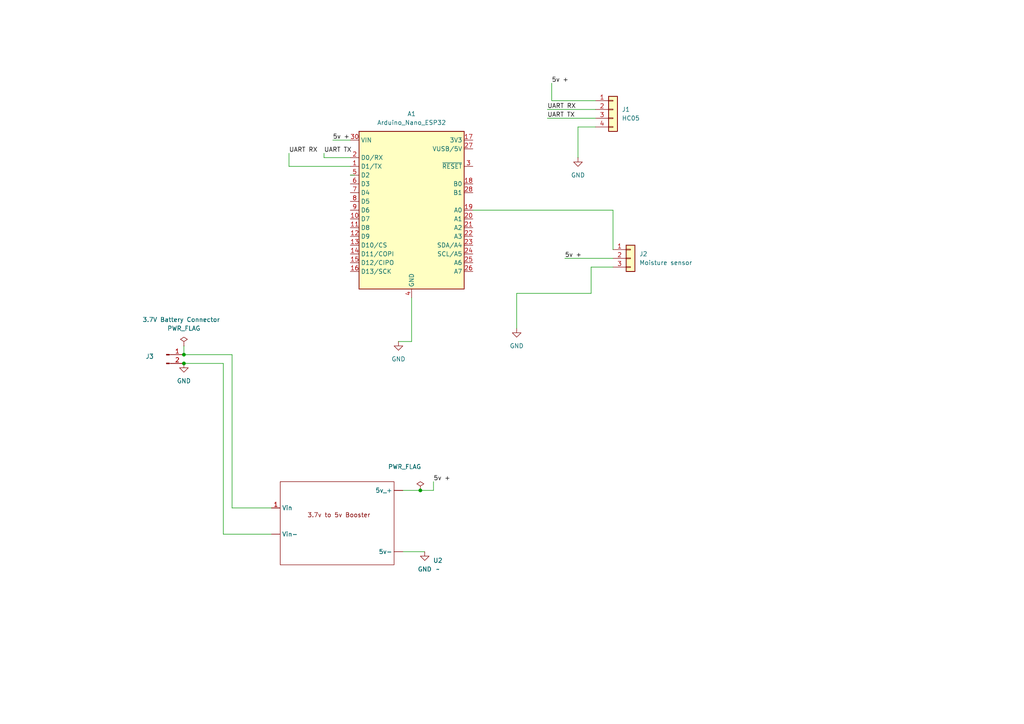
<source format=kicad_sch>
(kicad_sch
	(version 20250114)
	(generator "eeschema")
	(generator_version "9.0")
	(uuid "813ff8a4-ed37-4d6d-91ed-6357723c3078")
	(paper "A4")
	(lib_symbols
		(symbol "Abhishek:3.7v_5v_booster"
			(exclude_from_sim no)
			(in_bom yes)
			(on_board yes)
			(property "Reference" "U"
				(at 0 0 0)
				(effects
					(font
						(size 1.27 1.27)
					)
				)
			)
			(property "Value" ""
				(at 0 0 0)
				(effects
					(font
						(size 1.27 1.27)
					)
				)
			)
			(property "Footprint" ""
				(at 0 0 0)
				(effects
					(font
						(size 1.27 1.27)
					)
					(hide yes)
				)
			)
			(property "Datasheet" ""
				(at 0 0 0)
				(effects
					(font
						(size 1.27 1.27)
					)
					(hide yes)
				)
			)
			(property "Description" ""
				(at 0 0 0)
				(effects
					(font
						(size 1.27 1.27)
					)
					(hide yes)
				)
			)
			(symbol "3.7v_5v_booster_0_1"
				(rectangle
					(start -15.24 12.7)
					(end 17.78 -11.43)
					(stroke
						(width 0)
						(type default)
					)
					(fill
						(type none)
					)
				)
			)
			(symbol "3.7v_5v_booster_1_1"
				(text "3.7v to 5v Booster\n"
					(at 1.778 3.048 0)
					(effects
						(font
							(size 1.27 1.27)
						)
					)
				)
				(pin power_in line
					(at -17.78 5.08 0)
					(length 2.54)
					(name "Vin"
						(effects
							(font
								(size 1.27 1.27)
							)
						)
					)
					(number "1"
						(effects
							(font
								(size 1.27 1.27)
							)
						)
					)
				)
				(pin input line
					(at -17.78 -2.54 0)
					(length 2.54)
					(name "Vin-"
						(effects
							(font
								(size 1.27 1.27)
							)
						)
					)
					(number ""
						(effects
							(font
								(size 1.27 1.27)
							)
						)
					)
				)
				(pin power_out line
					(at 20.32 10.16 180)
					(length 2.54)
					(name "5v_+"
						(effects
							(font
								(size 1.27 1.27)
							)
						)
					)
					(number ""
						(effects
							(font
								(size 1.27 1.27)
							)
						)
					)
				)
				(pin output line
					(at 20.32 -7.62 180)
					(length 2.54)
					(name "5v-"
						(effects
							(font
								(size 1.27 1.27)
							)
						)
					)
					(number ""
						(effects
							(font
								(size 1.27 1.27)
							)
						)
					)
				)
			)
			(embedded_fonts no)
		)
		(symbol "Connector:Conn_01x02_Pin"
			(pin_names
				(offset 1.016)
				(hide yes)
			)
			(exclude_from_sim no)
			(in_bom yes)
			(on_board yes)
			(property "Reference" "J"
				(at 0 2.54 0)
				(effects
					(font
						(size 1.27 1.27)
					)
				)
			)
			(property "Value" "Conn_01x02_Pin"
				(at 0 -5.08 0)
				(effects
					(font
						(size 1.27 1.27)
					)
				)
			)
			(property "Footprint" ""
				(at 0 0 0)
				(effects
					(font
						(size 1.27 1.27)
					)
					(hide yes)
				)
			)
			(property "Datasheet" "~"
				(at 0 0 0)
				(effects
					(font
						(size 1.27 1.27)
					)
					(hide yes)
				)
			)
			(property "Description" "Generic connector, single row, 01x02, script generated"
				(at 0 0 0)
				(effects
					(font
						(size 1.27 1.27)
					)
					(hide yes)
				)
			)
			(property "ki_locked" ""
				(at 0 0 0)
				(effects
					(font
						(size 1.27 1.27)
					)
				)
			)
			(property "ki_keywords" "connector"
				(at 0 0 0)
				(effects
					(font
						(size 1.27 1.27)
					)
					(hide yes)
				)
			)
			(property "ki_fp_filters" "Connector*:*_1x??_*"
				(at 0 0 0)
				(effects
					(font
						(size 1.27 1.27)
					)
					(hide yes)
				)
			)
			(symbol "Conn_01x02_Pin_1_1"
				(rectangle
					(start 0.8636 0.127)
					(end 0 -0.127)
					(stroke
						(width 0.1524)
						(type default)
					)
					(fill
						(type outline)
					)
				)
				(rectangle
					(start 0.8636 -2.413)
					(end 0 -2.667)
					(stroke
						(width 0.1524)
						(type default)
					)
					(fill
						(type outline)
					)
				)
				(polyline
					(pts
						(xy 1.27 0) (xy 0.8636 0)
					)
					(stroke
						(width 0.1524)
						(type default)
					)
					(fill
						(type none)
					)
				)
				(polyline
					(pts
						(xy 1.27 -2.54) (xy 0.8636 -2.54)
					)
					(stroke
						(width 0.1524)
						(type default)
					)
					(fill
						(type none)
					)
				)
				(pin passive line
					(at 5.08 0 180)
					(length 3.81)
					(name "Pin_1"
						(effects
							(font
								(size 1.27 1.27)
							)
						)
					)
					(number "1"
						(effects
							(font
								(size 1.27 1.27)
							)
						)
					)
				)
				(pin passive line
					(at 5.08 -2.54 180)
					(length 3.81)
					(name "Pin_2"
						(effects
							(font
								(size 1.27 1.27)
							)
						)
					)
					(number "2"
						(effects
							(font
								(size 1.27 1.27)
							)
						)
					)
				)
			)
			(embedded_fonts no)
		)
		(symbol "Connector_Generic:Conn_01x03"
			(pin_names
				(offset 1.016)
				(hide yes)
			)
			(exclude_from_sim no)
			(in_bom yes)
			(on_board yes)
			(property "Reference" "J"
				(at 0 5.08 0)
				(effects
					(font
						(size 1.27 1.27)
					)
				)
			)
			(property "Value" "Conn_01x03"
				(at 0 -5.08 0)
				(effects
					(font
						(size 1.27 1.27)
					)
				)
			)
			(property "Footprint" ""
				(at 0 0 0)
				(effects
					(font
						(size 1.27 1.27)
					)
					(hide yes)
				)
			)
			(property "Datasheet" "~"
				(at 0 0 0)
				(effects
					(font
						(size 1.27 1.27)
					)
					(hide yes)
				)
			)
			(property "Description" "Generic connector, single row, 01x03, script generated (kicad-library-utils/schlib/autogen/connector/)"
				(at 0 0 0)
				(effects
					(font
						(size 1.27 1.27)
					)
					(hide yes)
				)
			)
			(property "ki_keywords" "connector"
				(at 0 0 0)
				(effects
					(font
						(size 1.27 1.27)
					)
					(hide yes)
				)
			)
			(property "ki_fp_filters" "Connector*:*_1x??_*"
				(at 0 0 0)
				(effects
					(font
						(size 1.27 1.27)
					)
					(hide yes)
				)
			)
			(symbol "Conn_01x03_1_1"
				(rectangle
					(start -1.27 3.81)
					(end 1.27 -3.81)
					(stroke
						(width 0.254)
						(type default)
					)
					(fill
						(type background)
					)
				)
				(rectangle
					(start -1.27 2.667)
					(end 0 2.413)
					(stroke
						(width 0.1524)
						(type default)
					)
					(fill
						(type none)
					)
				)
				(rectangle
					(start -1.27 0.127)
					(end 0 -0.127)
					(stroke
						(width 0.1524)
						(type default)
					)
					(fill
						(type none)
					)
				)
				(rectangle
					(start -1.27 -2.413)
					(end 0 -2.667)
					(stroke
						(width 0.1524)
						(type default)
					)
					(fill
						(type none)
					)
				)
				(pin passive line
					(at -5.08 2.54 0)
					(length 3.81)
					(name "Pin_1"
						(effects
							(font
								(size 1.27 1.27)
							)
						)
					)
					(number "1"
						(effects
							(font
								(size 1.27 1.27)
							)
						)
					)
				)
				(pin passive line
					(at -5.08 0 0)
					(length 3.81)
					(name "Pin_2"
						(effects
							(font
								(size 1.27 1.27)
							)
						)
					)
					(number "2"
						(effects
							(font
								(size 1.27 1.27)
							)
						)
					)
				)
				(pin passive line
					(at -5.08 -2.54 0)
					(length 3.81)
					(name "Pin_3"
						(effects
							(font
								(size 1.27 1.27)
							)
						)
					)
					(number "3"
						(effects
							(font
								(size 1.27 1.27)
							)
						)
					)
				)
			)
			(embedded_fonts no)
		)
		(symbol "Connector_Generic:Conn_01x04"
			(pin_names
				(offset 1.016)
				(hide yes)
			)
			(exclude_from_sim no)
			(in_bom yes)
			(on_board yes)
			(property "Reference" "J"
				(at 0 5.08 0)
				(effects
					(font
						(size 1.27 1.27)
					)
				)
			)
			(property "Value" "Conn_01x04"
				(at 0 -7.62 0)
				(effects
					(font
						(size 1.27 1.27)
					)
				)
			)
			(property "Footprint" ""
				(at 0 0 0)
				(effects
					(font
						(size 1.27 1.27)
					)
					(hide yes)
				)
			)
			(property "Datasheet" "~"
				(at 0 0 0)
				(effects
					(font
						(size 1.27 1.27)
					)
					(hide yes)
				)
			)
			(property "Description" "Generic connector, single row, 01x04, script generated (kicad-library-utils/schlib/autogen/connector/)"
				(at 0 0 0)
				(effects
					(font
						(size 1.27 1.27)
					)
					(hide yes)
				)
			)
			(property "ki_keywords" "connector"
				(at 0 0 0)
				(effects
					(font
						(size 1.27 1.27)
					)
					(hide yes)
				)
			)
			(property "ki_fp_filters" "Connector*:*_1x??_*"
				(at 0 0 0)
				(effects
					(font
						(size 1.27 1.27)
					)
					(hide yes)
				)
			)
			(symbol "Conn_01x04_1_1"
				(rectangle
					(start -1.27 3.81)
					(end 1.27 -6.35)
					(stroke
						(width 0.254)
						(type default)
					)
					(fill
						(type background)
					)
				)
				(rectangle
					(start -1.27 2.667)
					(end 0 2.413)
					(stroke
						(width 0.1524)
						(type default)
					)
					(fill
						(type none)
					)
				)
				(rectangle
					(start -1.27 0.127)
					(end 0 -0.127)
					(stroke
						(width 0.1524)
						(type default)
					)
					(fill
						(type none)
					)
				)
				(rectangle
					(start -1.27 -2.413)
					(end 0 -2.667)
					(stroke
						(width 0.1524)
						(type default)
					)
					(fill
						(type none)
					)
				)
				(rectangle
					(start -1.27 -4.953)
					(end 0 -5.207)
					(stroke
						(width 0.1524)
						(type default)
					)
					(fill
						(type none)
					)
				)
				(pin passive line
					(at -5.08 2.54 0)
					(length 3.81)
					(name "Pin_1"
						(effects
							(font
								(size 1.27 1.27)
							)
						)
					)
					(number "1"
						(effects
							(font
								(size 1.27 1.27)
							)
						)
					)
				)
				(pin passive line
					(at -5.08 0 0)
					(length 3.81)
					(name "Pin_2"
						(effects
							(font
								(size 1.27 1.27)
							)
						)
					)
					(number "2"
						(effects
							(font
								(size 1.27 1.27)
							)
						)
					)
				)
				(pin passive line
					(at -5.08 -2.54 0)
					(length 3.81)
					(name "Pin_3"
						(effects
							(font
								(size 1.27 1.27)
							)
						)
					)
					(number "3"
						(effects
							(font
								(size 1.27 1.27)
							)
						)
					)
				)
				(pin passive line
					(at -5.08 -5.08 0)
					(length 3.81)
					(name "Pin_4"
						(effects
							(font
								(size 1.27 1.27)
							)
						)
					)
					(number "4"
						(effects
							(font
								(size 1.27 1.27)
							)
						)
					)
				)
			)
			(embedded_fonts no)
		)
		(symbol "MCU_Module:Arduino_Nano_ESP32"
			(exclude_from_sim no)
			(in_bom yes)
			(on_board yes)
			(property "Reference" "A"
				(at -14.986 23.622 0)
				(effects
					(font
						(size 1.27 1.27)
					)
					(justify left bottom)
				)
			)
			(property "Value" "Arduino_Nano_ESP32"
				(at 3.81 -25.654 0)
				(effects
					(font
						(size 1.27 1.27)
					)
					(justify left top)
				)
			)
			(property "Footprint" "Module:Arduino_Nano"
				(at 13.716 -34.036 0)
				(effects
					(font
						(size 1.27 1.27)
						(italic yes)
					)
					(hide yes)
				)
			)
			(property "Datasheet" "https://docs.arduino.cc/resources/datasheets/ABX00083-datasheet.pdf"
				(at 39.116 -31.496 0)
				(effects
					(font
						(size 1.27 1.27)
					)
					(hide yes)
				)
			)
			(property "Description" "Arduino Nano board based on the ESP32-S3 with a dual-core 240 MHz processor, 384 kB ROM, 512 kB SRAM. Operates at 3.3V, with 5V USB-C® input and 6-21V VIN. Features Wi-Fi®, Bluetooth® LE, digital and analog pins, and supports SPI, I2C, UART, I2S, and CAN."
				(at 138.43 -28.956 0)
				(effects
					(font
						(size 1.27 1.27)
					)
					(hide yes)
				)
			)
			(property "ki_keywords" "Arduino Nano ESP32"
				(at 0 0 0)
				(effects
					(font
						(size 1.27 1.27)
					)
					(hide yes)
				)
			)
			(property "ki_fp_filters" "Arduino*Nano*"
				(at 0 0 0)
				(effects
					(font
						(size 1.27 1.27)
					)
					(hide yes)
				)
			)
			(symbol "Arduino_Nano_ESP32_0_1"
				(rectangle
					(start -15.24 22.86)
					(end 15.24 -22.86)
					(stroke
						(width 0.254)
						(type default)
					)
					(fill
						(type background)
					)
				)
			)
			(symbol "Arduino_Nano_ESP32_1_1"
				(pin power_in line
					(at -17.78 20.32 0)
					(length 2.54)
					(name "VIN"
						(effects
							(font
								(size 1.27 1.27)
							)
						)
					)
					(number "30"
						(effects
							(font
								(size 1.27 1.27)
							)
						)
					)
				)
				(pin bidirectional line
					(at -17.78 15.24 0)
					(length 2.54)
					(name "D0/RX"
						(effects
							(font
								(size 1.27 1.27)
							)
						)
					)
					(number "2"
						(effects
							(font
								(size 1.27 1.27)
							)
						)
					)
				)
				(pin bidirectional line
					(at -17.78 12.7 0)
					(length 2.54)
					(name "D1/TX"
						(effects
							(font
								(size 1.27 1.27)
							)
						)
					)
					(number "1"
						(effects
							(font
								(size 1.27 1.27)
							)
						)
					)
				)
				(pin bidirectional line
					(at -17.78 10.16 0)
					(length 2.54)
					(name "D2"
						(effects
							(font
								(size 1.27 1.27)
							)
						)
					)
					(number "5"
						(effects
							(font
								(size 1.27 1.27)
							)
						)
					)
				)
				(pin bidirectional line
					(at -17.78 7.62 0)
					(length 2.54)
					(name "D3"
						(effects
							(font
								(size 1.27 1.27)
							)
						)
					)
					(number "6"
						(effects
							(font
								(size 1.27 1.27)
							)
						)
					)
				)
				(pin bidirectional line
					(at -17.78 5.08 0)
					(length 2.54)
					(name "D4"
						(effects
							(font
								(size 1.27 1.27)
							)
						)
					)
					(number "7"
						(effects
							(font
								(size 1.27 1.27)
							)
						)
					)
				)
				(pin bidirectional line
					(at -17.78 2.54 0)
					(length 2.54)
					(name "D5"
						(effects
							(font
								(size 1.27 1.27)
							)
						)
					)
					(number "8"
						(effects
							(font
								(size 1.27 1.27)
							)
						)
					)
				)
				(pin bidirectional line
					(at -17.78 0 0)
					(length 2.54)
					(name "D6"
						(effects
							(font
								(size 1.27 1.27)
							)
						)
					)
					(number "9"
						(effects
							(font
								(size 1.27 1.27)
							)
						)
					)
				)
				(pin bidirectional line
					(at -17.78 -2.54 0)
					(length 2.54)
					(name "D7"
						(effects
							(font
								(size 1.27 1.27)
							)
						)
					)
					(number "10"
						(effects
							(font
								(size 1.27 1.27)
							)
						)
					)
				)
				(pin bidirectional line
					(at -17.78 -5.08 0)
					(length 2.54)
					(name "D8"
						(effects
							(font
								(size 1.27 1.27)
							)
						)
					)
					(number "11"
						(effects
							(font
								(size 1.27 1.27)
							)
						)
					)
				)
				(pin bidirectional line
					(at -17.78 -7.62 0)
					(length 2.54)
					(name "D9"
						(effects
							(font
								(size 1.27 1.27)
							)
						)
					)
					(number "12"
						(effects
							(font
								(size 1.27 1.27)
							)
						)
					)
				)
				(pin bidirectional line
					(at -17.78 -10.16 0)
					(length 2.54)
					(name "D10/CS"
						(effects
							(font
								(size 1.27 1.27)
							)
						)
					)
					(number "13"
						(effects
							(font
								(size 1.27 1.27)
							)
						)
					)
				)
				(pin bidirectional line
					(at -17.78 -12.7 0)
					(length 2.54)
					(name "D11/COPI"
						(effects
							(font
								(size 1.27 1.27)
							)
						)
					)
					(number "14"
						(effects
							(font
								(size 1.27 1.27)
							)
						)
					)
				)
				(pin bidirectional line
					(at -17.78 -15.24 0)
					(length 2.54)
					(name "D12/CIPO"
						(effects
							(font
								(size 1.27 1.27)
							)
						)
					)
					(number "15"
						(effects
							(font
								(size 1.27 1.27)
							)
						)
					)
				)
				(pin bidirectional line
					(at -17.78 -17.78 0)
					(length 2.54)
					(name "D13/SCK"
						(effects
							(font
								(size 1.27 1.27)
							)
						)
					)
					(number "16"
						(effects
							(font
								(size 1.27 1.27)
							)
						)
					)
				)
				(pin passive line
					(at 0 -25.4 90)
					(length 2.54)
					(hide yes)
					(name "GND"
						(effects
							(font
								(size 1.27 1.27)
							)
						)
					)
					(number "29"
						(effects
							(font
								(size 1.27 1.27)
							)
						)
					)
				)
				(pin power_in line
					(at 0 -25.4 90)
					(length 2.54)
					(name "GND"
						(effects
							(font
								(size 1.27 1.27)
							)
						)
					)
					(number "4"
						(effects
							(font
								(size 1.27 1.27)
							)
						)
					)
				)
				(pin power_out line
					(at 17.78 20.32 180)
					(length 2.54)
					(name "3V3"
						(effects
							(font
								(size 1.27 1.27)
							)
						)
					)
					(number "17"
						(effects
							(font
								(size 1.27 1.27)
							)
						)
					)
				)
				(pin power_out line
					(at 17.78 17.78 180)
					(length 2.54)
					(name "VUSB/5V"
						(effects
							(font
								(size 1.27 1.27)
							)
						)
					)
					(number "27"
						(effects
							(font
								(size 1.27 1.27)
							)
						)
					)
				)
				(pin input line
					(at 17.78 12.7 180)
					(length 2.54)
					(name "~{RESET}"
						(effects
							(font
								(size 1.27 1.27)
							)
						)
					)
					(number "3"
						(effects
							(font
								(size 1.27 1.27)
							)
						)
					)
				)
				(pin bidirectional line
					(at 17.78 7.62 180)
					(length 2.54)
					(name "B0"
						(effects
							(font
								(size 1.27 1.27)
							)
						)
					)
					(number "18"
						(effects
							(font
								(size 1.27 1.27)
							)
						)
					)
				)
				(pin bidirectional line
					(at 17.78 5.08 180)
					(length 2.54)
					(name "B1"
						(effects
							(font
								(size 1.27 1.27)
							)
						)
					)
					(number "28"
						(effects
							(font
								(size 1.27 1.27)
							)
						)
					)
				)
				(pin bidirectional line
					(at 17.78 0 180)
					(length 2.54)
					(name "A0"
						(effects
							(font
								(size 1.27 1.27)
							)
						)
					)
					(number "19"
						(effects
							(font
								(size 1.27 1.27)
							)
						)
					)
				)
				(pin bidirectional line
					(at 17.78 -2.54 180)
					(length 2.54)
					(name "A1"
						(effects
							(font
								(size 1.27 1.27)
							)
						)
					)
					(number "20"
						(effects
							(font
								(size 1.27 1.27)
							)
						)
					)
				)
				(pin bidirectional line
					(at 17.78 -5.08 180)
					(length 2.54)
					(name "A2"
						(effects
							(font
								(size 1.27 1.27)
							)
						)
					)
					(number "21"
						(effects
							(font
								(size 1.27 1.27)
							)
						)
					)
				)
				(pin bidirectional line
					(at 17.78 -7.62 180)
					(length 2.54)
					(name "A3"
						(effects
							(font
								(size 1.27 1.27)
							)
						)
					)
					(number "22"
						(effects
							(font
								(size 1.27 1.27)
							)
						)
					)
				)
				(pin bidirectional line
					(at 17.78 -10.16 180)
					(length 2.54)
					(name "SDA/A4"
						(effects
							(font
								(size 1.27 1.27)
							)
						)
					)
					(number "23"
						(effects
							(font
								(size 1.27 1.27)
							)
						)
					)
				)
				(pin bidirectional line
					(at 17.78 -12.7 180)
					(length 2.54)
					(name "SCL/A5"
						(effects
							(font
								(size 1.27 1.27)
							)
						)
					)
					(number "24"
						(effects
							(font
								(size 1.27 1.27)
							)
						)
					)
				)
				(pin bidirectional line
					(at 17.78 -15.24 180)
					(length 2.54)
					(name "A6"
						(effects
							(font
								(size 1.27 1.27)
							)
						)
					)
					(number "25"
						(effects
							(font
								(size 1.27 1.27)
							)
						)
					)
				)
				(pin bidirectional line
					(at 17.78 -17.78 180)
					(length 2.54)
					(name "A7"
						(effects
							(font
								(size 1.27 1.27)
							)
						)
					)
					(number "26"
						(effects
							(font
								(size 1.27 1.27)
							)
						)
					)
				)
			)
			(embedded_fonts no)
		)
		(symbol "power:GND"
			(power)
			(pin_numbers
				(hide yes)
			)
			(pin_names
				(offset 0)
				(hide yes)
			)
			(exclude_from_sim no)
			(in_bom yes)
			(on_board yes)
			(property "Reference" "#PWR"
				(at 0 -6.35 0)
				(effects
					(font
						(size 1.27 1.27)
					)
					(hide yes)
				)
			)
			(property "Value" "GND"
				(at 0 -3.81 0)
				(effects
					(font
						(size 1.27 1.27)
					)
				)
			)
			(property "Footprint" ""
				(at 0 0 0)
				(effects
					(font
						(size 1.27 1.27)
					)
					(hide yes)
				)
			)
			(property "Datasheet" ""
				(at 0 0 0)
				(effects
					(font
						(size 1.27 1.27)
					)
					(hide yes)
				)
			)
			(property "Description" "Power symbol creates a global label with name \"GND\" , ground"
				(at 0 0 0)
				(effects
					(font
						(size 1.27 1.27)
					)
					(hide yes)
				)
			)
			(property "ki_keywords" "global power"
				(at 0 0 0)
				(effects
					(font
						(size 1.27 1.27)
					)
					(hide yes)
				)
			)
			(symbol "GND_0_1"
				(polyline
					(pts
						(xy 0 0) (xy 0 -1.27) (xy 1.27 -1.27) (xy 0 -2.54) (xy -1.27 -1.27) (xy 0 -1.27)
					)
					(stroke
						(width 0)
						(type default)
					)
					(fill
						(type none)
					)
				)
			)
			(symbol "GND_1_1"
				(pin power_in line
					(at 0 0 270)
					(length 0)
					(name "~"
						(effects
							(font
								(size 1.27 1.27)
							)
						)
					)
					(number "1"
						(effects
							(font
								(size 1.27 1.27)
							)
						)
					)
				)
			)
			(embedded_fonts no)
		)
		(symbol "power:PWR_FLAG"
			(power)
			(pin_numbers
				(hide yes)
			)
			(pin_names
				(offset 0)
				(hide yes)
			)
			(exclude_from_sim no)
			(in_bom yes)
			(on_board yes)
			(property "Reference" "#FLG"
				(at 0 1.905 0)
				(effects
					(font
						(size 1.27 1.27)
					)
					(hide yes)
				)
			)
			(property "Value" "PWR_FLAG"
				(at 0 3.81 0)
				(effects
					(font
						(size 1.27 1.27)
					)
				)
			)
			(property "Footprint" ""
				(at 0 0 0)
				(effects
					(font
						(size 1.27 1.27)
					)
					(hide yes)
				)
			)
			(property "Datasheet" "~"
				(at 0 0 0)
				(effects
					(font
						(size 1.27 1.27)
					)
					(hide yes)
				)
			)
			(property "Description" "Special symbol for telling ERC where power comes from"
				(at 0 0 0)
				(effects
					(font
						(size 1.27 1.27)
					)
					(hide yes)
				)
			)
			(property "ki_keywords" "flag power"
				(at 0 0 0)
				(effects
					(font
						(size 1.27 1.27)
					)
					(hide yes)
				)
			)
			(symbol "PWR_FLAG_0_0"
				(pin power_out line
					(at 0 0 90)
					(length 0)
					(name "~"
						(effects
							(font
								(size 1.27 1.27)
							)
						)
					)
					(number "1"
						(effects
							(font
								(size 1.27 1.27)
							)
						)
					)
				)
			)
			(symbol "PWR_FLAG_0_1"
				(polyline
					(pts
						(xy 0 0) (xy 0 1.27) (xy -1.016 1.905) (xy 0 2.54) (xy 1.016 1.905) (xy 0 1.27)
					)
					(stroke
						(width 0)
						(type default)
					)
					(fill
						(type none)
					)
				)
			)
			(embedded_fonts no)
		)
	)
	(junction
		(at 53.34 102.87)
		(diameter 0)
		(color 0 0 0 0)
		(uuid "254ea8a0-e9d6-4847-bc45-ada449642afd")
	)
	(junction
		(at 121.92 142.24)
		(diameter 0)
		(color 0 0 0 0)
		(uuid "87e715c2-08b8-4258-883e-a685d58c8fb6")
	)
	(junction
		(at 53.34 105.41)
		(diameter 0)
		(color 0 0 0 0)
		(uuid "e9c0c0ad-f7ec-4296-8faf-fb3a57211643")
	)
	(wire
		(pts
			(xy 158.75 34.29) (xy 172.72 34.29)
		)
		(stroke
			(width 0)
			(type default)
		)
		(uuid "05eb763b-7433-4c53-9dc2-3660bb06bde5")
	)
	(wire
		(pts
			(xy 101.6 50.8) (xy 102.87 50.8)
		)
		(stroke
			(width 0)
			(type default)
		)
		(uuid "0ab3364e-469d-4ded-85d0-d5d40db60203")
	)
	(wire
		(pts
			(xy 53.34 100.33) (xy 53.34 102.87)
		)
		(stroke
			(width 0)
			(type default)
		)
		(uuid "0cb8d9aa-303c-407e-869c-d6543039a7bf")
	)
	(wire
		(pts
			(xy 119.38 99.06) (xy 115.57 99.06)
		)
		(stroke
			(width 0)
			(type default)
		)
		(uuid "125894bb-b034-47db-acd5-d8f954c90565")
	)
	(wire
		(pts
			(xy 177.8 77.47) (xy 171.45 77.47)
		)
		(stroke
			(width 0)
			(type default)
		)
		(uuid "14c0b0fb-45f4-40a2-b2aa-ff1f9bd79803")
	)
	(wire
		(pts
			(xy 163.83 74.93) (xy 177.8 74.93)
		)
		(stroke
			(width 0)
			(type default)
		)
		(uuid "19f13261-156d-47be-aedd-09eba24e245c")
	)
	(wire
		(pts
			(xy 119.38 86.36) (xy 119.38 99.06)
		)
		(stroke
			(width 0)
			(type default)
		)
		(uuid "1e499012-68a0-45fc-84e0-b798070befa2")
	)
	(wire
		(pts
			(xy 167.64 36.83) (xy 167.64 45.72)
		)
		(stroke
			(width 0)
			(type default)
		)
		(uuid "3c261b2c-0f1d-4f88-8567-721f42baf9cf")
	)
	(wire
		(pts
			(xy 67.31 102.87) (xy 67.31 147.32)
		)
		(stroke
			(width 0)
			(type default)
		)
		(uuid "40b119e3-0d98-4da9-82d6-36c583f0c33a")
	)
	(wire
		(pts
			(xy 149.86 85.09) (xy 149.86 95.25)
		)
		(stroke
			(width 0)
			(type default)
		)
		(uuid "4864ac6f-e430-401e-86c6-593ef4502dab")
	)
	(wire
		(pts
			(xy 158.75 31.75) (xy 172.72 31.75)
		)
		(stroke
			(width 0)
			(type default)
		)
		(uuid "49cfae65-e886-4b2f-b09d-1cfa80cbd5dd")
	)
	(wire
		(pts
			(xy 160.02 24.13) (xy 160.02 29.21)
		)
		(stroke
			(width 0)
			(type default)
		)
		(uuid "4fb33ec5-7791-4aa2-b8cc-31e82f561d9f")
	)
	(wire
		(pts
			(xy 121.92 142.24) (xy 125.73 142.24)
		)
		(stroke
			(width 0)
			(type default)
		)
		(uuid "5407c29e-55e2-4fa0-ae24-10d7ff3f471e")
	)
	(wire
		(pts
			(xy 96.52 40.64) (xy 101.6 40.64)
		)
		(stroke
			(width 0)
			(type default)
		)
		(uuid "5847679a-c965-47d8-be5a-73a6180b5397")
	)
	(wire
		(pts
			(xy 125.73 142.24) (xy 125.73 139.7)
		)
		(stroke
			(width 0)
			(type default)
		)
		(uuid "5bf14888-ccb0-49c2-b53f-5f21d3cbed04")
	)
	(wire
		(pts
			(xy 160.02 29.21) (xy 172.72 29.21)
		)
		(stroke
			(width 0)
			(type default)
		)
		(uuid "625f17a7-c72c-4913-b187-32e1370d94ff")
	)
	(wire
		(pts
			(xy 171.45 77.47) (xy 171.45 85.09)
		)
		(stroke
			(width 0)
			(type default)
		)
		(uuid "6b301e76-d338-4dd2-92d8-76d236c4bc0d")
	)
	(wire
		(pts
			(xy 172.72 36.83) (xy 167.64 36.83)
		)
		(stroke
			(width 0)
			(type default)
		)
		(uuid "8427d0da-70ad-486e-903d-696b0bd96f7e")
	)
	(wire
		(pts
			(xy 137.16 60.96) (xy 177.8 60.96)
		)
		(stroke
			(width 0)
			(type default)
		)
		(uuid "8c79a3be-c8a0-47c0-9c00-f6abb090715c")
	)
	(wire
		(pts
			(xy 67.31 147.32) (xy 78.74 147.32)
		)
		(stroke
			(width 0)
			(type default)
		)
		(uuid "a5f8a69b-51b6-49af-ad6e-8d7a9cc3f3cb")
	)
	(wire
		(pts
			(xy 177.8 60.96) (xy 177.8 72.39)
		)
		(stroke
			(width 0)
			(type default)
		)
		(uuid "a7361f58-73f0-49c9-842b-7b925dfe4b98")
	)
	(wire
		(pts
			(xy 171.45 85.09) (xy 149.86 85.09)
		)
		(stroke
			(width 0)
			(type default)
		)
		(uuid "bbe2dff4-423b-4ad2-8125-7a39c7b8d711")
	)
	(wire
		(pts
			(xy 83.82 44.45) (xy 83.82 48.26)
		)
		(stroke
			(width 0)
			(type default)
		)
		(uuid "bc4cc373-9677-43e2-b941-efe52197f4be")
	)
	(wire
		(pts
			(xy 53.34 105.41) (xy 64.77 105.41)
		)
		(stroke
			(width 0)
			(type default)
		)
		(uuid "bc72f69f-780b-4b72-9add-24529dabd925")
	)
	(wire
		(pts
			(xy 83.82 48.26) (xy 101.6 48.26)
		)
		(stroke
			(width 0)
			(type default)
		)
		(uuid "bd2bfa90-dced-43c7-81d9-b42fb095f2b1")
	)
	(wire
		(pts
			(xy 101.6 45.72) (xy 93.98 45.72)
		)
		(stroke
			(width 0)
			(type default)
		)
		(uuid "c0f7afde-5f3d-4436-b579-45266b0a2c8c")
	)
	(wire
		(pts
			(xy 64.77 154.94) (xy 78.74 154.94)
		)
		(stroke
			(width 0)
			(type default)
		)
		(uuid "c1e159d4-ecd7-4e78-98c9-ac6c40358c2e")
	)
	(wire
		(pts
			(xy 64.77 105.41) (xy 64.77 154.94)
		)
		(stroke
			(width 0)
			(type default)
		)
		(uuid "e0029e46-bffb-4081-bff7-38a91633c9d5")
	)
	(wire
		(pts
			(xy 53.34 102.87) (xy 67.31 102.87)
		)
		(stroke
			(width 0)
			(type default)
		)
		(uuid "f06fe54f-7a11-4e2b-be17-ace678b5e82f")
	)
	(wire
		(pts
			(xy 116.84 160.02) (xy 123.19 160.02)
		)
		(stroke
			(width 0)
			(type default)
		)
		(uuid "f5271e2c-40ac-4d6d-80d3-f4176ab02078")
	)
	(wire
		(pts
			(xy 116.84 142.24) (xy 121.92 142.24)
		)
		(stroke
			(width 0)
			(type default)
		)
		(uuid "fa56162a-2630-4bdc-af39-9fb1d8337a79")
	)
	(wire
		(pts
			(xy 93.98 45.72) (xy 93.98 44.45)
		)
		(stroke
			(width 0)
			(type default)
		)
		(uuid "fea67d1f-e10d-4551-924a-7ada3676fafb")
	)
	(label "5v +"
		(at 125.73 139.7 0)
		(effects
			(font
				(size 1.27 1.27)
			)
			(justify left bottom)
		)
		(uuid "3aa366b3-5b19-48d7-a0db-fe494565cf39")
	)
	(label "UART TX"
		(at 93.98 44.45 0)
		(effects
			(font
				(size 1.27 1.27)
			)
			(justify left bottom)
		)
		(uuid "409dc2a9-18cb-41ff-b2f2-3314363d3a00")
	)
	(label "UART RX"
		(at 158.75 31.75 0)
		(effects
			(font
				(size 1.27 1.27)
			)
			(justify left bottom)
		)
		(uuid "525987a8-d6cf-4df0-ae15-35ce44f9f9be")
	)
	(label "UART RX"
		(at 83.82 44.45 0)
		(effects
			(font
				(size 1.27 1.27)
			)
			(justify left bottom)
		)
		(uuid "5d3aca02-9260-490b-83ff-c31cec23f43b")
	)
	(label "5v +"
		(at 96.52 40.64 0)
		(effects
			(font
				(size 1.27 1.27)
			)
			(justify left bottom)
		)
		(uuid "94355e13-0b53-4310-aa16-c75c2c46b91f")
	)
	(label "5v +"
		(at 163.83 74.93 0)
		(effects
			(font
				(size 1.27 1.27)
			)
			(justify left bottom)
		)
		(uuid "ae623d1f-e6b7-4d3e-a34c-8b4aba2f5cf8")
	)
	(label "UART TX"
		(at 158.75 34.29 0)
		(effects
			(font
				(size 1.27 1.27)
			)
			(justify left bottom)
		)
		(uuid "ce29a373-9952-4ae3-90de-0e15b415a8ed")
	)
	(label "5v +"
		(at 160.02 24.13 0)
		(effects
			(font
				(size 1.27 1.27)
			)
			(justify left bottom)
		)
		(uuid "fe509198-46b6-4c0c-9c25-fece417037ba")
	)
	(symbol
		(lib_id "Connector_Generic:Conn_01x03")
		(at 182.88 74.93 0)
		(unit 1)
		(exclude_from_sim no)
		(in_bom yes)
		(on_board yes)
		(dnp no)
		(fields_autoplaced yes)
		(uuid "04c6498f-02da-46b5-97de-e42df8fc76d3")
		(property "Reference" "J2"
			(at 185.42 73.6599 0)
			(effects
				(font
					(size 1.27 1.27)
				)
				(justify left)
			)
		)
		(property "Value" "Moisture sensor"
			(at 185.42 76.1999 0)
			(effects
				(font
					(size 1.27 1.27)
				)
				(justify left)
			)
		)
		(property "Footprint" ""
			(at 182.88 74.93 0)
			(effects
				(font
					(size 1.27 1.27)
				)
				(hide yes)
			)
		)
		(property "Datasheet" "~"
			(at 182.88 74.93 0)
			(effects
				(font
					(size 1.27 1.27)
				)
				(hide yes)
			)
		)
		(property "Description" "Generic connector, single row, 01x03, script generated (kicad-library-utils/schlib/autogen/connector/)"
			(at 182.88 74.93 0)
			(effects
				(font
					(size 1.27 1.27)
				)
				(hide yes)
			)
		)
		(pin "2"
			(uuid "8199fc10-4355-474e-9839-9097cb914511")
		)
		(pin "3"
			(uuid "38dc1a35-8eae-487e-a86b-120f11eac593")
		)
		(pin "1"
			(uuid "03b8e06b-f961-4100-98fe-b9963c40f7a8")
		)
		(instances
			(project ""
				(path "/813ff8a4-ed37-4d6d-91ed-6357723c3078"
					(reference "J2")
					(unit 1)
				)
			)
		)
	)
	(symbol
		(lib_id "power:PWR_FLAG")
		(at 53.34 100.33 0)
		(unit 1)
		(exclude_from_sim no)
		(in_bom yes)
		(on_board yes)
		(dnp no)
		(fields_autoplaced yes)
		(uuid "08233942-4334-470d-b3b0-4c61c48924dd")
		(property "Reference" "#FLG02"
			(at 53.34 98.425 0)
			(effects
				(font
					(size 1.27 1.27)
				)
				(hide yes)
			)
		)
		(property "Value" "PWR_FLAG"
			(at 53.34 95.25 0)
			(effects
				(font
					(size 1.27 1.27)
				)
			)
		)
		(property "Footprint" ""
			(at 53.34 100.33 0)
			(effects
				(font
					(size 1.27 1.27)
				)
				(hide yes)
			)
		)
		(property "Datasheet" "~"
			(at 53.34 100.33 0)
			(effects
				(font
					(size 1.27 1.27)
				)
				(hide yes)
			)
		)
		(property "Description" "Special symbol for telling ERC where power comes from"
			(at 53.34 100.33 0)
			(effects
				(font
					(size 1.27 1.27)
				)
				(hide yes)
			)
		)
		(pin "1"
			(uuid "8e815d8f-7b51-4652-951e-e7fd6187db8a")
		)
		(instances
			(project ""
				(path "/813ff8a4-ed37-4d6d-91ed-6357723c3078"
					(reference "#FLG02")
					(unit 1)
				)
			)
		)
	)
	(symbol
		(lib_id "power:GND")
		(at 123.19 160.02 0)
		(unit 1)
		(exclude_from_sim no)
		(in_bom yes)
		(on_board yes)
		(dnp no)
		(fields_autoplaced yes)
		(uuid "0d58a69d-4157-4f3b-996e-8195e361b5a0")
		(property "Reference" "#PWR04"
			(at 123.19 166.37 0)
			(effects
				(font
					(size 1.27 1.27)
				)
				(hide yes)
			)
		)
		(property "Value" "GND"
			(at 123.19 165.1 0)
			(effects
				(font
					(size 1.27 1.27)
				)
			)
		)
		(property "Footprint" ""
			(at 123.19 160.02 0)
			(effects
				(font
					(size 1.27 1.27)
				)
				(hide yes)
			)
		)
		(property "Datasheet" ""
			(at 123.19 160.02 0)
			(effects
				(font
					(size 1.27 1.27)
				)
				(hide yes)
			)
		)
		(property "Description" "Power symbol creates a global label with name \"GND\" , ground"
			(at 123.19 160.02 0)
			(effects
				(font
					(size 1.27 1.27)
				)
				(hide yes)
			)
		)
		(pin "1"
			(uuid "149716f2-182f-4bad-bc64-c87d851ae0b1")
		)
		(instances
			(project ""
				(path "/813ff8a4-ed37-4d6d-91ed-6357723c3078"
					(reference "#PWR04")
					(unit 1)
				)
			)
		)
	)
	(symbol
		(lib_id "power:GND")
		(at 53.34 105.41 0)
		(unit 1)
		(exclude_from_sim no)
		(in_bom yes)
		(on_board yes)
		(dnp no)
		(fields_autoplaced yes)
		(uuid "0f1d8a16-3927-4d7d-ab3a-1b7db7a83da3")
		(property "Reference" "#PWR05"
			(at 53.34 111.76 0)
			(effects
				(font
					(size 1.27 1.27)
				)
				(hide yes)
			)
		)
		(property "Value" "GND"
			(at 53.34 110.49 0)
			(effects
				(font
					(size 1.27 1.27)
				)
			)
		)
		(property "Footprint" ""
			(at 53.34 105.41 0)
			(effects
				(font
					(size 1.27 1.27)
				)
				(hide yes)
			)
		)
		(property "Datasheet" ""
			(at 53.34 105.41 0)
			(effects
				(font
					(size 1.27 1.27)
				)
				(hide yes)
			)
		)
		(property "Description" "Power symbol creates a global label with name \"GND\" , ground"
			(at 53.34 105.41 0)
			(effects
				(font
					(size 1.27 1.27)
				)
				(hide yes)
			)
		)
		(pin "1"
			(uuid "a3374653-76a9-445c-bb9f-838b3a8279a9")
		)
		(instances
			(project ""
				(path "/813ff8a4-ed37-4d6d-91ed-6357723c3078"
					(reference "#PWR05")
					(unit 1)
				)
			)
		)
	)
	(symbol
		(lib_id "Abhishek:3.7v_5v_booster")
		(at 96.52 152.4 0)
		(unit 1)
		(exclude_from_sim no)
		(in_bom yes)
		(on_board yes)
		(dnp no)
		(uuid "1cdb5d80-5ad7-4e47-abbf-67740a36db61")
		(property "Reference" "U2"
			(at 127 162.56 0)
			(effects
				(font
					(size 1.27 1.27)
				)
			)
		)
		(property "Value" "~"
			(at 127 165.1 0)
			(effects
				(font
					(size 1.27 1.27)
				)
			)
		)
		(property "Footprint" ""
			(at 96.52 152.4 0)
			(effects
				(font
					(size 1.27 1.27)
				)
				(hide yes)
			)
		)
		(property "Datasheet" ""
			(at 96.52 152.4 0)
			(effects
				(font
					(size 1.27 1.27)
				)
				(hide yes)
			)
		)
		(property "Description" ""
			(at 96.52 152.4 0)
			(effects
				(font
					(size 1.27 1.27)
				)
				(hide yes)
			)
		)
		(pin ""
			(uuid "8b92ac4c-d76e-4664-b00d-f41046e99a77")
		)
		(pin ""
			(uuid "b7f52f88-6431-4abb-99d8-2efc578734e2")
		)
		(pin "1"
			(uuid "61465414-b737-4365-bf21-e1e60e40c076")
		)
		(pin ""
			(uuid "dea28783-9287-496e-a79e-c473bb91a058")
		)
		(instances
			(project ""
				(path "/813ff8a4-ed37-4d6d-91ed-6357723c3078"
					(reference "U2")
					(unit 1)
				)
			)
		)
	)
	(symbol
		(lib_id "power:GND")
		(at 149.86 95.25 0)
		(unit 1)
		(exclude_from_sim no)
		(in_bom yes)
		(on_board yes)
		(dnp no)
		(fields_autoplaced yes)
		(uuid "2b1a6c31-d1af-4fb0-8714-b33e9545cc98")
		(property "Reference" "#PWR02"
			(at 149.86 101.6 0)
			(effects
				(font
					(size 1.27 1.27)
				)
				(hide yes)
			)
		)
		(property "Value" "GND"
			(at 149.86 100.33 0)
			(effects
				(font
					(size 1.27 1.27)
				)
			)
		)
		(property "Footprint" ""
			(at 149.86 95.25 0)
			(effects
				(font
					(size 1.27 1.27)
				)
				(hide yes)
			)
		)
		(property "Datasheet" ""
			(at 149.86 95.25 0)
			(effects
				(font
					(size 1.27 1.27)
				)
				(hide yes)
			)
		)
		(property "Description" "Power symbol creates a global label with name \"GND\" , ground"
			(at 149.86 95.25 0)
			(effects
				(font
					(size 1.27 1.27)
				)
				(hide yes)
			)
		)
		(pin "1"
			(uuid "4e7fee70-e68b-4d62-9ec5-34a576111a10")
		)
		(instances
			(project ""
				(path "/813ff8a4-ed37-4d6d-91ed-6357723c3078"
					(reference "#PWR02")
					(unit 1)
				)
			)
		)
	)
	(symbol
		(lib_id "MCU_Module:Arduino_Nano_ESP32")
		(at 119.38 60.96 0)
		(unit 1)
		(exclude_from_sim no)
		(in_bom yes)
		(on_board yes)
		(dnp no)
		(fields_autoplaced yes)
		(uuid "2e7e21ea-8a86-45f1-952a-2226050a191b")
		(property "Reference" "A1"
			(at 119.38 33.02 0)
			(effects
				(font
					(size 1.27 1.27)
				)
			)
		)
		(property "Value" "Arduino_Nano_ESP32"
			(at 119.38 35.56 0)
			(effects
				(font
					(size 1.27 1.27)
				)
			)
		)
		(property "Footprint" "Module:Arduino_Nano"
			(at 133.096 94.996 0)
			(effects
				(font
					(size 1.27 1.27)
					(italic yes)
				)
				(hide yes)
			)
		)
		(property "Datasheet" "https://docs.arduino.cc/resources/datasheets/ABX00083-datasheet.pdf"
			(at 158.496 92.456 0)
			(effects
				(font
					(size 1.27 1.27)
				)
				(hide yes)
			)
		)
		(property "Description" "Arduino Nano board based on the ESP32-S3 with a dual-core 240 MHz processor, 384 kB ROM, 512 kB SRAM. Operates at 3.3V, with 5V USB-C® input and 6-21V VIN. Features Wi-Fi®, Bluetooth® LE, digital and analog pins, and supports SPI, I2C, UART, I2S, and CAN."
			(at 257.81 89.916 0)
			(effects
				(font
					(size 1.27 1.27)
				)
				(hide yes)
			)
		)
		(pin "13"
			(uuid "f18bc7db-6454-4b51-97d5-cd59d990e46a")
		)
		(pin "30"
			(uuid "60a16b17-70f9-4127-9f9c-0ee98326df2d")
		)
		(pin "1"
			(uuid "6b4bc519-8b29-4b26-9fc7-13ba7bc564d5")
		)
		(pin "3"
			(uuid "a23f282a-f2cd-43e4-a1f0-72ecb33bc72e")
		)
		(pin "28"
			(uuid "3388f291-a374-4902-9daa-f5e78cb9c0b8")
		)
		(pin "21"
			(uuid "85a1c0e5-949e-421f-9039-febbf416dd7c")
		)
		(pin "9"
			(uuid "4faf737a-0f2b-4445-bfe0-3fa05cadb4b4")
		)
		(pin "8"
			(uuid "cd57825d-773d-41d8-b9e3-539778882d98")
		)
		(pin "15"
			(uuid "0f02e14b-7d3a-4adf-923f-ea4e1e7ede0c")
		)
		(pin "17"
			(uuid "d74809a5-102d-45b9-bc19-8467538cfd87")
		)
		(pin "6"
			(uuid "3e4a786b-9d06-4787-935e-9d015eb0372a")
		)
		(pin "4"
			(uuid "a3ca4a6a-7572-43ef-a528-735352241d20")
		)
		(pin "7"
			(uuid "e6dff477-2f5a-446f-9c0a-0bda2169a68e")
		)
		(pin "20"
			(uuid "6f72c3c3-6fe5-4f7e-a2fe-98fa16e9ac46")
		)
		(pin "12"
			(uuid "102046ad-21e1-499c-82ac-204bda81129d")
		)
		(pin "16"
			(uuid "79aefb2c-ff9e-4dfb-a76c-a1d7c97acb45")
		)
		(pin "10"
			(uuid "b6e5d3a7-7f99-493f-a845-81460bc88711")
		)
		(pin "11"
			(uuid "168be231-539e-4a16-aca0-2e9b427df40e")
		)
		(pin "29"
			(uuid "a5cab308-4c8a-4133-b46c-6600d63c62f3")
		)
		(pin "2"
			(uuid "dee54f17-478f-4c9f-bb4d-b822ae972e9a")
		)
		(pin "5"
			(uuid "aa85a90e-4d9c-492b-97c7-ba960eb9a8ab")
		)
		(pin "27"
			(uuid "1c7b1d3b-4da1-4217-b6f5-fbc6a789f9af")
		)
		(pin "14"
			(uuid "b5a0747f-10b2-45f0-acff-2962c08a90d6")
		)
		(pin "18"
			(uuid "9126ca28-f111-4801-a83f-1a7103ff729c")
		)
		(pin "19"
			(uuid "ca650cfa-a0a7-4931-ad4f-08a47d32db95")
		)
		(pin "22"
			(uuid "bf418ffb-72e5-4ed5-b5f7-5bf760c7a464")
		)
		(pin "23"
			(uuid "e4581a23-7097-4f2c-ac83-d16f8bb2ddb3")
		)
		(pin "24"
			(uuid "0e219c8c-e020-46bb-badc-6c55d5350365")
		)
		(pin "26"
			(uuid "1afd6bcb-4dcf-44b2-b625-933f30d081eb")
		)
		(pin "25"
			(uuid "6fe4fe5c-24e6-477f-aa3d-0db511c325fe")
		)
		(instances
			(project ""
				(path "/813ff8a4-ed37-4d6d-91ed-6357723c3078"
					(reference "A1")
					(unit 1)
				)
			)
		)
	)
	(symbol
		(lib_id "Connector_Generic:Conn_01x04")
		(at 177.8 31.75 0)
		(unit 1)
		(exclude_from_sim no)
		(in_bom yes)
		(on_board yes)
		(dnp no)
		(fields_autoplaced yes)
		(uuid "53fd306b-28f0-4831-ba48-f29719c76535")
		(property "Reference" "J1"
			(at 180.34 31.7499 0)
			(effects
				(font
					(size 1.27 1.27)
				)
				(justify left)
			)
		)
		(property "Value" "HC05"
			(at 180.34 34.2899 0)
			(effects
				(font
					(size 1.27 1.27)
				)
				(justify left)
			)
		)
		(property "Footprint" ""
			(at 177.8 31.75 0)
			(effects
				(font
					(size 1.27 1.27)
				)
				(hide yes)
			)
		)
		(property "Datasheet" "~"
			(at 177.8 31.75 0)
			(effects
				(font
					(size 1.27 1.27)
				)
				(hide yes)
			)
		)
		(property "Description" "Generic connector, single row, 01x04, script generated (kicad-library-utils/schlib/autogen/connector/)"
			(at 177.8 31.75 0)
			(effects
				(font
					(size 1.27 1.27)
				)
				(hide yes)
			)
		)
		(pin "1"
			(uuid "0fb200b9-1ffd-456d-a390-0d289e440aae")
		)
		(pin "4"
			(uuid "d87fdacb-6ac1-4e02-939d-1d4691b72f53")
		)
		(pin "2"
			(uuid "18d78f1a-f7f5-4766-bd7b-7bb6c3517d8f")
		)
		(pin "3"
			(uuid "92741c3c-8e0c-4edd-95cd-154db9fce22c")
		)
		(instances
			(project ""
				(path "/813ff8a4-ed37-4d6d-91ed-6357723c3078"
					(reference "J1")
					(unit 1)
				)
			)
		)
	)
	(symbol
		(lib_id "Connector:Conn_01x02_Pin")
		(at 48.26 102.87 0)
		(unit 1)
		(exclude_from_sim no)
		(in_bom yes)
		(on_board yes)
		(dnp no)
		(uuid "6ae75fe0-7bf4-49b5-b9c6-049388981768")
		(property "Reference" "J3"
			(at 43.434 103.378 0)
			(effects
				(font
					(size 1.27 1.27)
				)
			)
		)
		(property "Value" "3.7V Battery Connector"
			(at 52.578 92.71 0)
			(effects
				(font
					(size 1.27 1.27)
				)
			)
		)
		(property "Footprint" ""
			(at 48.26 102.87 0)
			(effects
				(font
					(size 1.27 1.27)
				)
				(hide yes)
			)
		)
		(property "Datasheet" "~"
			(at 48.26 102.87 0)
			(effects
				(font
					(size 1.27 1.27)
				)
				(hide yes)
			)
		)
		(property "Description" "Generic connector, single row, 01x02, script generated"
			(at 48.26 102.87 0)
			(effects
				(font
					(size 1.27 1.27)
				)
				(hide yes)
			)
		)
		(pin "1"
			(uuid "01daa887-6f72-4898-8b84-6d57ba4099d9")
		)
		(pin "2"
			(uuid "026ef47e-897b-4916-ba7b-3f6b42b602a4")
		)
		(instances
			(project ""
				(path "/813ff8a4-ed37-4d6d-91ed-6357723c3078"
					(reference "J3")
					(unit 1)
				)
			)
		)
	)
	(symbol
		(lib_id "power:GND")
		(at 115.57 99.06 0)
		(unit 1)
		(exclude_from_sim no)
		(in_bom yes)
		(on_board yes)
		(dnp no)
		(fields_autoplaced yes)
		(uuid "d92e9cad-8c2c-4046-97df-adab8b00ab5e")
		(property "Reference" "#PWR03"
			(at 115.57 105.41 0)
			(effects
				(font
					(size 1.27 1.27)
				)
				(hide yes)
			)
		)
		(property "Value" "GND"
			(at 115.57 104.14 0)
			(effects
				(font
					(size 1.27 1.27)
				)
			)
		)
		(property "Footprint" ""
			(at 115.57 99.06 0)
			(effects
				(font
					(size 1.27 1.27)
				)
				(hide yes)
			)
		)
		(property "Datasheet" ""
			(at 115.57 99.06 0)
			(effects
				(font
					(size 1.27 1.27)
				)
				(hide yes)
			)
		)
		(property "Description" "Power symbol creates a global label with name \"GND\" , ground"
			(at 115.57 99.06 0)
			(effects
				(font
					(size 1.27 1.27)
				)
				(hide yes)
			)
		)
		(pin "1"
			(uuid "cddda2d1-b3b3-4c9e-978b-94fee0470f7e")
		)
		(instances
			(project ""
				(path "/813ff8a4-ed37-4d6d-91ed-6357723c3078"
					(reference "#PWR03")
					(unit 1)
				)
			)
		)
	)
	(symbol
		(lib_id "power:PWR_FLAG")
		(at 121.92 142.24 0)
		(unit 1)
		(exclude_from_sim no)
		(in_bom yes)
		(on_board yes)
		(dnp no)
		(uuid "f51c62f4-ed44-4ce0-8939-fa5e061ac56a")
		(property "Reference" "#FLG01"
			(at 121.92 140.335 0)
			(effects
				(font
					(size 1.27 1.27)
				)
				(hide yes)
			)
		)
		(property "Value" "PWR_FLAG"
			(at 117.348 135.382 0)
			(effects
				(font
					(size 1.27 1.27)
				)
			)
		)
		(property "Footprint" ""
			(at 121.92 142.24 0)
			(effects
				(font
					(size 1.27 1.27)
				)
				(hide yes)
			)
		)
		(property "Datasheet" "~"
			(at 121.92 142.24 0)
			(effects
				(font
					(size 1.27 1.27)
				)
				(hide yes)
			)
		)
		(property "Description" "Special symbol for telling ERC where power comes from"
			(at 121.92 142.24 0)
			(effects
				(font
					(size 1.27 1.27)
				)
				(hide yes)
			)
		)
		(pin "1"
			(uuid "859f4786-eb35-48b8-b088-d62e550a8bff")
		)
		(instances
			(project ""
				(path "/813ff8a4-ed37-4d6d-91ed-6357723c3078"
					(reference "#FLG01")
					(unit 1)
				)
			)
		)
	)
	(symbol
		(lib_id "power:GND")
		(at 167.64 45.72 0)
		(unit 1)
		(exclude_from_sim no)
		(in_bom yes)
		(on_board yes)
		(dnp no)
		(fields_autoplaced yes)
		(uuid "fda7e8a2-5c9e-4c22-84cd-ab62aba7b7e3")
		(property "Reference" "#PWR01"
			(at 167.64 52.07 0)
			(effects
				(font
					(size 1.27 1.27)
				)
				(hide yes)
			)
		)
		(property "Value" "GND"
			(at 167.64 50.8 0)
			(effects
				(font
					(size 1.27 1.27)
				)
			)
		)
		(property "Footprint" ""
			(at 167.64 45.72 0)
			(effects
				(font
					(size 1.27 1.27)
				)
				(hide yes)
			)
		)
		(property "Datasheet" ""
			(at 167.64 45.72 0)
			(effects
				(font
					(size 1.27 1.27)
				)
				(hide yes)
			)
		)
		(property "Description" "Power symbol creates a global label with name \"GND\" , ground"
			(at 167.64 45.72 0)
			(effects
				(font
					(size 1.27 1.27)
				)
				(hide yes)
			)
		)
		(pin "1"
			(uuid "8b7b6706-b2b1-4a35-b89c-f832ea7b3a54")
		)
		(instances
			(project ""
				(path "/813ff8a4-ed37-4d6d-91ed-6357723c3078"
					(reference "#PWR01")
					(unit 1)
				)
			)
		)
	)
	(sheet_instances
		(path "/"
			(page "1")
		)
	)
	(embedded_fonts no)
)

</source>
